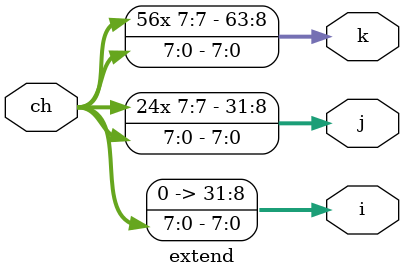
<source format=v>
module extend(input [7:0] ch, output [31:0] i, output [31:0] j, output [63:0] k);

   assign i = {24'b0,ch};
   assign j = $signed(ch);
   assign k = $signed(j);
   
endmodule // extend

</source>
